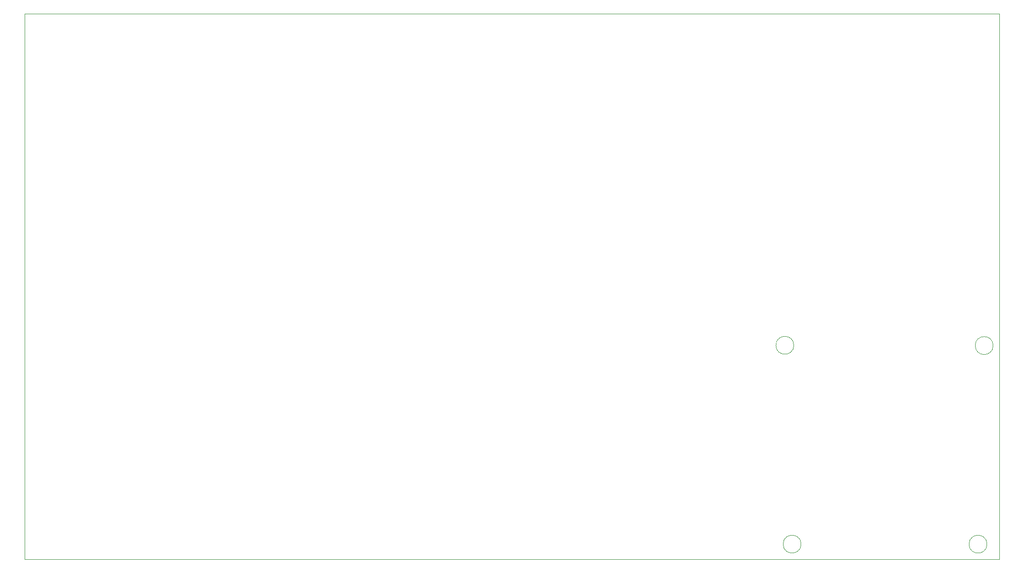
<source format=gbr>
%TF.GenerationSoftware,KiCad,Pcbnew,7.0.2*%
%TF.CreationDate,2023-05-15T21:15:08+01:00*%
%TF.ProjectId,quizbuzzer,7175697a-6275-47a7-9a65-722e6b696361,V0.1.2*%
%TF.SameCoordinates,Original*%
%TF.FileFunction,Profile,NP*%
%FSLAX46Y46*%
G04 Gerber Fmt 4.6, Leading zero omitted, Abs format (unit mm)*
G04 Created by KiCad (PCBNEW 7.0.2) date 2023-05-15 21:15:08*
%MOMM*%
%LPD*%
G01*
G04 APERTURE LIST*
%TA.AperFunction,Profile*%
%ADD10C,0.050000*%
%TD*%
G04 APERTURE END LIST*
D10*
X204759000Y-108251000D02*
G75*
G03*
X204759000Y-108251000I-1600000J0D01*
G01*
X171569000Y-108241000D02*
G75*
G03*
X171569000Y-108241000I-1600000J0D01*
G01*
X205859000Y-72741000D02*
G75*
G03*
X205859000Y-72741000I-1600000J0D01*
G01*
X170279000Y-72691000D02*
G75*
G03*
X170279000Y-72691000I-1600000J0D01*
G01*
X206970000Y-110940000D02*
X206970000Y-13410000D01*
X32950000Y-13410000D02*
X32950000Y-110940000D01*
X32950000Y-110940000D02*
X206970000Y-110940000D01*
X206970000Y-13410000D02*
X32950000Y-13410000D01*
M02*

</source>
